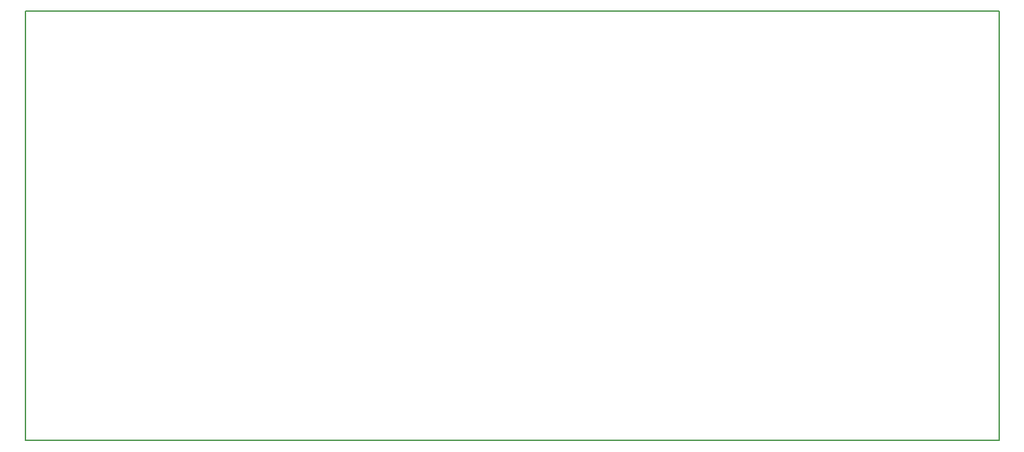
<source format=gm1>
%TF.GenerationSoftware,KiCad,Pcbnew,9.0.1*%
%TF.CreationDate,2025-06-05T13:09:00-07:00*%
%TF.ProjectId,chop-controller-heat,63686f70-2d63-46f6-9e74-726f6c6c6572,rev?*%
%TF.SameCoordinates,Original*%
%TF.FileFunction,Profile,NP*%
%FSLAX46Y46*%
G04 Gerber Fmt 4.6, Leading zero omitted, Abs format (unit mm)*
G04 Created by KiCad (PCBNEW 9.0.1) date 2025-06-05 13:09:00*
%MOMM*%
%LPD*%
G01*
G04 APERTURE LIST*
%TA.AperFunction,Profile*%
%ADD10C,0.200000*%
%TD*%
G04 APERTURE END LIST*
D10*
X85026638Y-48915323D02*
X211382638Y-48915323D01*
X211382638Y-104695323D01*
X85026638Y-104695323D01*
X85026638Y-48915323D01*
M02*

</source>
